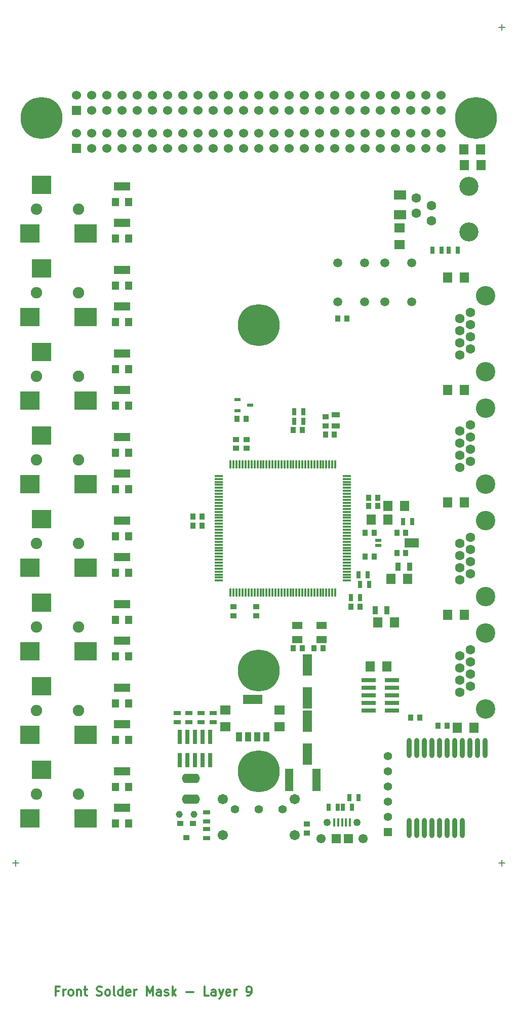
<source format=gts>
G04 #@! TF.FileFunction,Soldermask,Top*
%FSLAX46Y46*%
G04 Gerber Fmt 4.6, Leading zero omitted, Abs format (unit mm)*
G04 Created by KiCad (PCBNEW 4.0.5) date 01/22/17 20:45:39*
%MOMM*%
%LPD*%
G01*
G04 APERTURE LIST*
%ADD10C,0.150000*%
%ADD11C,0.127000*%
%ADD12C,0.299720*%
%ADD13R,2.032000X1.524000*%
%ADD14R,1.397000X0.889000*%
%ADD15R,0.889000X1.397000*%
%ADD16O,0.812800X3.352800*%
%ADD17R,1.600200X1.803400*%
%ADD18R,0.635000X1.143000*%
%ADD19R,0.899200X1.000800*%
%ADD20R,1.000800X0.899200*%
%ADD21R,1.803400X1.193800*%
%ADD22R,1.803400X1.600200*%
%ADD23R,1.000800X0.599400*%
%ADD24R,3.200000X3.100000*%
%ADD25R,3.800000X3.100000*%
%ADD26C,1.900000*%
%ADD27R,1.600200X3.599200*%
%ADD28R,2.400000X0.760000*%
%ADD29R,0.760000X2.400000*%
%ADD30R,2.400000X1.500000*%
%ADD31R,1.100000X0.600000*%
%ADD32C,1.706880*%
%ADD33C,1.400000*%
%ADD34R,1.397000X3.810000*%
%ADD35R,1.143000X0.635000*%
%ADD36C,7.000000*%
%ADD37R,1.524000X1.524000*%
%ADD38C,1.524000*%
%ADD39C,3.250000*%
%ADD40C,1.600000*%
%ADD41C,3.200000*%
%ADD42C,7.000240*%
%ADD43R,3.300000X1.500000*%
%ADD44R,1.000000X1.500000*%
%ADD45R,1.397000X1.397000*%
%ADD46C,1.397000*%
%ADD47R,1.000000X0.900000*%
%ADD48O,3.048000X1.574800*%
%ADD49O,3.048000X1.600200*%
%ADD50R,1.500000X1.550000*%
%ADD51C,1.550000*%
%ADD52R,0.400000X1.350000*%
%ADD53C,1.250000*%
%ADD54C,1.168400*%
%ADD55R,1.200000X1.400000*%
%ADD56R,2.800000X1.400000*%
%ADD57C,1.500000*%
%ADD58R,0.300000X1.450000*%
%ADD59R,1.450000X0.300000*%
G04 APERTURE END LIST*
D10*
D11*
X106196191Y-22950714D02*
X107163810Y-22950714D01*
X106680000Y-23434524D02*
X106680000Y-22466905D01*
X24916191Y-162650714D02*
X25883810Y-162650714D01*
X25400000Y-163134524D02*
X25400000Y-162166905D01*
X106196191Y-162650714D02*
X107163810Y-162650714D01*
X106680000Y-163134524D02*
X106680000Y-162166905D01*
D12*
X32607794Y-184042776D02*
X32107414Y-184042776D01*
X32107414Y-184829087D02*
X32107414Y-183327947D01*
X32822243Y-183327947D01*
X33394105Y-184829087D02*
X33394105Y-183828327D01*
X33394105Y-184114259D02*
X33465588Y-183971293D01*
X33537071Y-183899810D01*
X33680037Y-183828327D01*
X33823002Y-183828327D01*
X34537831Y-184829087D02*
X34394865Y-184757604D01*
X34323382Y-184686121D01*
X34251899Y-184543156D01*
X34251899Y-184114259D01*
X34323382Y-183971293D01*
X34394865Y-183899810D01*
X34537831Y-183828327D01*
X34752279Y-183828327D01*
X34895245Y-183899810D01*
X34966728Y-183971293D01*
X35038211Y-184114259D01*
X35038211Y-184543156D01*
X34966728Y-184686121D01*
X34895245Y-184757604D01*
X34752279Y-184829087D01*
X34537831Y-184829087D01*
X35681556Y-183828327D02*
X35681556Y-184829087D01*
X35681556Y-183971293D02*
X35753039Y-183899810D01*
X35896005Y-183828327D01*
X36110453Y-183828327D01*
X36253419Y-183899810D01*
X36324902Y-184042776D01*
X36324902Y-184829087D01*
X36825282Y-183828327D02*
X37397145Y-183828327D01*
X37039730Y-183327947D02*
X37039730Y-184614639D01*
X37111213Y-184757604D01*
X37254179Y-184829087D01*
X37397145Y-184829087D01*
X38969767Y-184757604D02*
X39184216Y-184829087D01*
X39541630Y-184829087D01*
X39684596Y-184757604D01*
X39756079Y-184686121D01*
X39827562Y-184543156D01*
X39827562Y-184400190D01*
X39756079Y-184257224D01*
X39684596Y-184185741D01*
X39541630Y-184114259D01*
X39255699Y-184042776D01*
X39112733Y-183971293D01*
X39041250Y-183899810D01*
X38969767Y-183756844D01*
X38969767Y-183613879D01*
X39041250Y-183470913D01*
X39112733Y-183399430D01*
X39255699Y-183327947D01*
X39613113Y-183327947D01*
X39827562Y-183399430D01*
X40685356Y-184829087D02*
X40542390Y-184757604D01*
X40470907Y-184686121D01*
X40399424Y-184543156D01*
X40399424Y-184114259D01*
X40470907Y-183971293D01*
X40542390Y-183899810D01*
X40685356Y-183828327D01*
X40899804Y-183828327D01*
X41042770Y-183899810D01*
X41114253Y-183971293D01*
X41185736Y-184114259D01*
X41185736Y-184543156D01*
X41114253Y-184686121D01*
X41042770Y-184757604D01*
X40899804Y-184829087D01*
X40685356Y-184829087D01*
X42043530Y-184829087D02*
X41900564Y-184757604D01*
X41829081Y-184614639D01*
X41829081Y-183327947D01*
X43258738Y-184829087D02*
X43258738Y-183327947D01*
X43258738Y-184757604D02*
X43115772Y-184829087D01*
X42829841Y-184829087D01*
X42686875Y-184757604D01*
X42615392Y-184686121D01*
X42543909Y-184543156D01*
X42543909Y-184114259D01*
X42615392Y-183971293D01*
X42686875Y-183899810D01*
X42829841Y-183828327D01*
X43115772Y-183828327D01*
X43258738Y-183899810D01*
X44545429Y-184757604D02*
X44402463Y-184829087D01*
X44116532Y-184829087D01*
X43973566Y-184757604D01*
X43902083Y-184614639D01*
X43902083Y-184042776D01*
X43973566Y-183899810D01*
X44116532Y-183828327D01*
X44402463Y-183828327D01*
X44545429Y-183899810D01*
X44616912Y-184042776D01*
X44616912Y-184185741D01*
X43902083Y-184328707D01*
X45260257Y-184829087D02*
X45260257Y-183828327D01*
X45260257Y-184114259D02*
X45331740Y-183971293D01*
X45403223Y-183899810D01*
X45546189Y-183828327D01*
X45689154Y-183828327D01*
X47333260Y-184829087D02*
X47333260Y-183327947D01*
X47833640Y-184400190D01*
X48334020Y-183327947D01*
X48334020Y-184829087D01*
X49692195Y-184829087D02*
X49692195Y-184042776D01*
X49620712Y-183899810D01*
X49477746Y-183828327D01*
X49191815Y-183828327D01*
X49048849Y-183899810D01*
X49692195Y-184757604D02*
X49549229Y-184829087D01*
X49191815Y-184829087D01*
X49048849Y-184757604D01*
X48977366Y-184614639D01*
X48977366Y-184471673D01*
X49048849Y-184328707D01*
X49191815Y-184257224D01*
X49549229Y-184257224D01*
X49692195Y-184185741D01*
X50335540Y-184757604D02*
X50478506Y-184829087D01*
X50764438Y-184829087D01*
X50907403Y-184757604D01*
X50978886Y-184614639D01*
X50978886Y-184543156D01*
X50907403Y-184400190D01*
X50764438Y-184328707D01*
X50549989Y-184328707D01*
X50407023Y-184257224D01*
X50335540Y-184114259D01*
X50335540Y-184042776D01*
X50407023Y-183899810D01*
X50549989Y-183828327D01*
X50764438Y-183828327D01*
X50907403Y-183899810D01*
X51622232Y-184829087D02*
X51622232Y-183327947D01*
X51765198Y-184257224D02*
X52194095Y-184829087D01*
X52194095Y-183828327D02*
X51622232Y-184400190D01*
X53981167Y-184257224D02*
X55124893Y-184257224D01*
X57698276Y-184829087D02*
X56983447Y-184829087D01*
X56983447Y-183327947D01*
X58842002Y-184829087D02*
X58842002Y-184042776D01*
X58770519Y-183899810D01*
X58627553Y-183828327D01*
X58341622Y-183828327D01*
X58198656Y-183899810D01*
X58842002Y-184757604D02*
X58699036Y-184829087D01*
X58341622Y-184829087D01*
X58198656Y-184757604D01*
X58127173Y-184614639D01*
X58127173Y-184471673D01*
X58198656Y-184328707D01*
X58341622Y-184257224D01*
X58699036Y-184257224D01*
X58842002Y-184185741D01*
X59413865Y-183828327D02*
X59771279Y-184829087D01*
X60128693Y-183828327D02*
X59771279Y-184829087D01*
X59628313Y-185186501D01*
X59556830Y-185257984D01*
X59413865Y-185329467D01*
X61272419Y-184757604D02*
X61129453Y-184829087D01*
X60843522Y-184829087D01*
X60700556Y-184757604D01*
X60629073Y-184614639D01*
X60629073Y-184042776D01*
X60700556Y-183899810D01*
X60843522Y-183828327D01*
X61129453Y-183828327D01*
X61272419Y-183899810D01*
X61343902Y-184042776D01*
X61343902Y-184185741D01*
X60629073Y-184328707D01*
X61987247Y-184829087D02*
X61987247Y-183828327D01*
X61987247Y-184114259D02*
X62058730Y-183971293D01*
X62130213Y-183899810D01*
X62273179Y-183828327D01*
X62416144Y-183828327D01*
X64131733Y-184829087D02*
X64417665Y-184829087D01*
X64560630Y-184757604D01*
X64632113Y-184686121D01*
X64775079Y-184471673D01*
X64846562Y-184185741D01*
X64846562Y-183613879D01*
X64775079Y-183470913D01*
X64703596Y-183399430D01*
X64560630Y-183327947D01*
X64274699Y-183327947D01*
X64131733Y-183399430D01*
X64060250Y-183470913D01*
X63988767Y-183613879D01*
X63988767Y-183971293D01*
X64060250Y-184114259D01*
X64131733Y-184185741D01*
X64274699Y-184257224D01*
X64560630Y-184257224D01*
X64703596Y-184185741D01*
X64775079Y-184114259D01*
X64846562Y-183971293D01*
D13*
X89712800Y-54229000D03*
X89712800Y-50927000D03*
D14*
X78930500Y-89585800D03*
X78930500Y-87680800D03*
D15*
X85572600Y-120396000D03*
X87477600Y-120396000D03*
X89369900Y-113119000D03*
X91274900Y-113119000D03*
D16*
X91186000Y-156819600D03*
X92456000Y-156819600D03*
X93726000Y-156819600D03*
X94996000Y-156819600D03*
X96266000Y-156819600D03*
X97536000Y-156819600D03*
X98806000Y-156819600D03*
X100076000Y-156819600D03*
X103886000Y-143408400D03*
X102616000Y-143408400D03*
X101346000Y-143408400D03*
X100076000Y-143408400D03*
X98806000Y-143408400D03*
X97536000Y-143408400D03*
X96266000Y-143408400D03*
X94996000Y-143408400D03*
X93726000Y-143408400D03*
X92456000Y-143408400D03*
X91186000Y-143408400D03*
D17*
X88125300Y-115164000D03*
X90919300Y-115164000D03*
D18*
X80137000Y-153289000D03*
X81661000Y-153289000D03*
X79248000Y-153289000D03*
X77724000Y-153289000D03*
X81254600Y-151676000D03*
X82778600Y-151676000D03*
D17*
X85928200Y-122453000D03*
X88722200Y-122453000D03*
D19*
X81493400Y-119786000D03*
X82997000Y-119786000D03*
X85333800Y-111417000D03*
X83830200Y-111417000D03*
D17*
X87617300Y-105207000D03*
X84823300Y-105207000D03*
D19*
X90642400Y-110833000D03*
X89138800Y-110833000D03*
X90642400Y-107429000D03*
X89138800Y-107429000D03*
X83830200Y-107442000D03*
X85333800Y-107442000D03*
D17*
X90411300Y-102921000D03*
X87617300Y-102921000D03*
D19*
X85918000Y-102971600D03*
X84414400Y-102971600D03*
X85918000Y-101549200D03*
X84414400Y-101549200D03*
X71854100Y-90284300D03*
X73357700Y-90284300D03*
D20*
X61849000Y-121274800D03*
X61849000Y-119771200D03*
X65659000Y-119771200D03*
X65659000Y-121274800D03*
D19*
X73319600Y-126721000D03*
X71816000Y-126721000D03*
X75270400Y-126721000D03*
X76774000Y-126721000D03*
D21*
X72517000Y-125272800D03*
X76581000Y-125272800D03*
X76581000Y-122885200D03*
X72517000Y-122885200D03*
D17*
X87503000Y-129794000D03*
X84709000Y-129794000D03*
D19*
X92979200Y-138328000D03*
X91475600Y-138328000D03*
X96022200Y-139649000D03*
X97525800Y-139649000D03*
D17*
X102032000Y-140056000D03*
X99238000Y-140056000D03*
X100457000Y-121133000D03*
X97663000Y-121133000D03*
X100457000Y-102362000D03*
X97663000Y-102362000D03*
X100457000Y-83540600D03*
X97663000Y-83540600D03*
D22*
X89636600Y-59232800D03*
X89636600Y-56438800D03*
D17*
X100444300Y-64770000D03*
X97650300Y-64770000D03*
X103187000Y-45974000D03*
X100393000Y-45974000D03*
X103124000Y-43307000D03*
X100330000Y-43307000D03*
D19*
X79258200Y-71628000D03*
X80761800Y-71628000D03*
D20*
X77254100Y-88072000D03*
X77254100Y-89575600D03*
D19*
X78704400Y-91033600D03*
X77200800Y-91033600D03*
D20*
X62242700Y-91818500D03*
X62242700Y-93322100D03*
X64020700Y-93322100D03*
X64020700Y-91818500D03*
D19*
X62443400Y-88417400D03*
X63947000Y-88417400D03*
D23*
X62494200Y-85153500D03*
X64607400Y-86106000D03*
X62494200Y-87058500D03*
D19*
X56581000Y-104736900D03*
X55077400Y-104736900D03*
X56581000Y-106210000D03*
X55077400Y-106210000D03*
D22*
X69570600Y-139852000D03*
X69570600Y-137058000D03*
X60464700Y-139891000D03*
X60464700Y-137097000D03*
D24*
X29700000Y-49290000D03*
D25*
X37100000Y-57390000D03*
D24*
X27800000Y-57390000D03*
D26*
X35900000Y-53340000D03*
X28900000Y-53340000D03*
D24*
X29700000Y-63260000D03*
D25*
X37100000Y-71360000D03*
D24*
X27800000Y-71360000D03*
D26*
X35900000Y-67310000D03*
X28900000Y-67310000D03*
D24*
X29700000Y-77230000D03*
D25*
X37100000Y-85330000D03*
D24*
X27800000Y-85330000D03*
D26*
X35900000Y-81280000D03*
X28900000Y-81280000D03*
D24*
X29700000Y-91200000D03*
D25*
X37100000Y-99300000D03*
D24*
X27800000Y-99300000D03*
D26*
X35900000Y-95250000D03*
X28900000Y-95250000D03*
D24*
X29700000Y-105170000D03*
D25*
X37100000Y-113270000D03*
D24*
X27800000Y-113270000D03*
D26*
X35900000Y-109220000D03*
X28900000Y-109220000D03*
D24*
X29700000Y-119140000D03*
D25*
X37100000Y-127240000D03*
D24*
X27800000Y-127240000D03*
D26*
X35900000Y-123190000D03*
X28900000Y-123190000D03*
D24*
X29700000Y-133110000D03*
D25*
X37100000Y-141210000D03*
D24*
X27800000Y-141210000D03*
D26*
X35900000Y-137160000D03*
X28900000Y-137160000D03*
D24*
X29700000Y-147080000D03*
D25*
X37100000Y-155180000D03*
D24*
X27800000Y-155180000D03*
D26*
X35900000Y-151130000D03*
X28900000Y-151130000D03*
D27*
X74168000Y-144406800D03*
X74168000Y-138905200D03*
X74168000Y-129558200D03*
X74168000Y-135059800D03*
D28*
X88310000Y-137160000D03*
X84410000Y-137160000D03*
X88310000Y-135890000D03*
X84410000Y-135890000D03*
X88310000Y-134620000D03*
X84410000Y-134620000D03*
X88310000Y-133350000D03*
X84410000Y-133350000D03*
X88310000Y-132080000D03*
X84410000Y-132080000D03*
D29*
X52832000Y-145460000D03*
X52832000Y-141560000D03*
X54102000Y-145460000D03*
X54102000Y-141560000D03*
X55372000Y-145460000D03*
X55372000Y-141560000D03*
X56642000Y-145460000D03*
X56642000Y-141560000D03*
X57912000Y-145460000D03*
X57912000Y-141560000D03*
D30*
X91616700Y-109131000D03*
D31*
X86066700Y-109581000D03*
X86066700Y-108681000D03*
D20*
X74066400Y-156118200D03*
X74066400Y-157621800D03*
D32*
X60040000Y-157940000D03*
X72040000Y-157940000D03*
D33*
X66040000Y-153690000D03*
X70040000Y-153690000D03*
X62040000Y-153690000D03*
D32*
X60040000Y-151940000D03*
X72040000Y-151940000D03*
D34*
X75717400Y-148742400D03*
X71145400Y-148742400D03*
D35*
X52451000Y-137541000D03*
X52451000Y-139065000D03*
X54356000Y-137541000D03*
X54356000Y-139065000D03*
X56388000Y-137541000D03*
X56388000Y-139065000D03*
X58420000Y-137541000D03*
X58420000Y-139065000D03*
X57378600Y-156972000D03*
X57378600Y-158496000D03*
D18*
X81483200Y-118288000D03*
X83007200Y-118288000D03*
X83007200Y-116040000D03*
X84531200Y-116040000D03*
X91744800Y-105537000D03*
X90220800Y-105537000D03*
X82753200Y-114478000D03*
X84277200Y-114478000D03*
X96596200Y-60172600D03*
X95072200Y-60172600D03*
D36*
X66040000Y-147320000D03*
X102362000Y-38100000D03*
X29718000Y-38100000D03*
D18*
X97815400Y-60172600D03*
X99339400Y-60172600D03*
D37*
X35560000Y-36830000D03*
D38*
X35560000Y-34290000D03*
X38100000Y-36830000D03*
X38100000Y-34290000D03*
X40640000Y-36830000D03*
X40640000Y-34290000D03*
X43180000Y-36830000D03*
X43180000Y-34290000D03*
X45720000Y-36830000D03*
X45720000Y-34290000D03*
X48260000Y-36830000D03*
X48260000Y-34290000D03*
X50800000Y-36830000D03*
X50800000Y-34290000D03*
X53340000Y-36830000D03*
X53340000Y-34290000D03*
X55880000Y-36830000D03*
X55880000Y-34290000D03*
X58420000Y-36830000D03*
X58420000Y-34290000D03*
X60960000Y-36830000D03*
X60960000Y-34290000D03*
X63500000Y-36830000D03*
X63500000Y-34290000D03*
X66040000Y-36830000D03*
X66040000Y-34290000D03*
X68580000Y-36830000D03*
X68580000Y-34290000D03*
X71120000Y-36830000D03*
X71120000Y-34290000D03*
X73660000Y-36830000D03*
X73660000Y-34290000D03*
X76200000Y-36830000D03*
X76200000Y-34290000D03*
X78740000Y-36830000D03*
X78740000Y-34290000D03*
X81280000Y-36830000D03*
X81280000Y-34290000D03*
X83820000Y-36830000D03*
X83820000Y-34290000D03*
X86360000Y-36830000D03*
X86360000Y-34290000D03*
X88900000Y-36830000D03*
X88900000Y-34290000D03*
X91440000Y-36830000D03*
X91440000Y-34290000D03*
X93980000Y-36830000D03*
X93980000Y-34290000D03*
X96520000Y-36830000D03*
X96520000Y-34290000D03*
D37*
X35560000Y-43180000D03*
D38*
X35560000Y-40640000D03*
X38100000Y-43180000D03*
X38100000Y-40640000D03*
X40640000Y-43180000D03*
X40640000Y-40640000D03*
X43180000Y-43180000D03*
X43180000Y-40640000D03*
X45720000Y-43180000D03*
X45720000Y-40640000D03*
X48260000Y-43180000D03*
X48260000Y-40640000D03*
X50800000Y-43180000D03*
X50800000Y-40640000D03*
X53340000Y-43180000D03*
X53340000Y-40640000D03*
X55880000Y-43180000D03*
X55880000Y-40640000D03*
X58420000Y-43180000D03*
X58420000Y-40640000D03*
X60960000Y-43180000D03*
X60960000Y-40640000D03*
X63500000Y-43180000D03*
X63500000Y-40640000D03*
X66040000Y-43180000D03*
X66040000Y-40640000D03*
X68580000Y-43180000D03*
X68580000Y-40640000D03*
X71120000Y-43180000D03*
X71120000Y-40640000D03*
X73660000Y-43180000D03*
X73660000Y-40640000D03*
X76200000Y-43180000D03*
X76200000Y-40640000D03*
X78740000Y-43180000D03*
X78740000Y-40640000D03*
X81280000Y-43180000D03*
X81280000Y-40640000D03*
X83820000Y-43180000D03*
X83820000Y-40640000D03*
X86360000Y-43180000D03*
X86360000Y-40640000D03*
X88900000Y-43180000D03*
X88900000Y-40640000D03*
X91440000Y-43180000D03*
X91440000Y-40640000D03*
X93980000Y-43180000D03*
X93980000Y-40640000D03*
X96520000Y-43180000D03*
X96520000Y-40640000D03*
D18*
X73482200Y-87198200D03*
X71958200Y-87198200D03*
X73482200Y-88785700D03*
X71958200Y-88785700D03*
D39*
X104020000Y-136906000D03*
X104020000Y-124206000D03*
D40*
X101480000Y-131056000D03*
X101480000Y-129026000D03*
X99700000Y-132086000D03*
X99700000Y-130056000D03*
X99700000Y-134116000D03*
X101480000Y-133086000D03*
X99700000Y-128026000D03*
X101480000Y-126996000D03*
D39*
X104020000Y-99314000D03*
X104020000Y-86614000D03*
D40*
X101480000Y-93464000D03*
X101480000Y-91434000D03*
X99700000Y-94494000D03*
X99700000Y-92464000D03*
X99700000Y-96524000D03*
X101480000Y-95494000D03*
X99700000Y-90434000D03*
X101480000Y-89404000D03*
D39*
X104020000Y-80518000D03*
X104020000Y-67818000D03*
D40*
X101480000Y-74668000D03*
X101480000Y-72638000D03*
X99700000Y-75698000D03*
X99700000Y-73668000D03*
X99700000Y-77728000D03*
X101480000Y-76698000D03*
X99700000Y-71638000D03*
X101480000Y-70608000D03*
D39*
X104020000Y-118110000D03*
X104020000Y-105410000D03*
D40*
X101480000Y-112260000D03*
X101480000Y-110230000D03*
X99700000Y-113290000D03*
X99700000Y-111260000D03*
X99700000Y-115320000D03*
X101480000Y-114290000D03*
X99700000Y-109230000D03*
X101480000Y-108200000D03*
D41*
X101226000Y-57150000D03*
X101226000Y-49530000D03*
D40*
X92376000Y-53970000D03*
X92376000Y-51440000D03*
X94916000Y-55240000D03*
X94916000Y-52710000D03*
D42*
X66040000Y-72700000D03*
X66040000Y-130500000D03*
D43*
X65036700Y-135267000D03*
D44*
X62786700Y-141567000D03*
X64286700Y-141567000D03*
X65786700Y-141567000D03*
X67286700Y-141567000D03*
D45*
X87630000Y-157480000D03*
D46*
X87630000Y-154940000D03*
X87630000Y-152400000D03*
X87630000Y-149860000D03*
X87630000Y-147320000D03*
X87630000Y-144780000D03*
D47*
X55025000Y-156026000D03*
X52925000Y-156026000D03*
X53975000Y-158426000D03*
D35*
X57378600Y-154153000D03*
X57378600Y-155677000D03*
D48*
X54737000Y-151991000D03*
D49*
X54737000Y-148491000D03*
D50*
X81010000Y-158570000D03*
X79010000Y-158570000D03*
D51*
X76510000Y-158570000D03*
D52*
X79360000Y-155895000D03*
X78710000Y-155895000D03*
X80010000Y-155895000D03*
X80660000Y-155895000D03*
X81310000Y-155895000D03*
D53*
X82510000Y-155895000D03*
X77510000Y-155895000D03*
D51*
X83510000Y-158570000D03*
D54*
X55225000Y-154526000D03*
X52725000Y-154526000D03*
D55*
X42080000Y-156016000D03*
X44280000Y-156016000D03*
D56*
X43180000Y-153416000D03*
D55*
X42080000Y-149920000D03*
X44280000Y-149920000D03*
D56*
X43180000Y-147320000D03*
D55*
X42080000Y-142046000D03*
X44280000Y-142046000D03*
D56*
X43180000Y-139446000D03*
D55*
X42080000Y-135950000D03*
X44280000Y-135950000D03*
D56*
X43180000Y-133350000D03*
D55*
X42080000Y-128076000D03*
X44280000Y-128076000D03*
D56*
X43180000Y-125476000D03*
D55*
X42080000Y-121980000D03*
X44280000Y-121980000D03*
D56*
X43180000Y-119380000D03*
D55*
X42080000Y-114106000D03*
X44280000Y-114106000D03*
D56*
X43180000Y-111506000D03*
D55*
X42080000Y-108010000D03*
X44280000Y-108010000D03*
D56*
X43180000Y-105410000D03*
D55*
X42080000Y-100136000D03*
X44280000Y-100136000D03*
D56*
X43180000Y-97536000D03*
D55*
X42080000Y-94040000D03*
X44280000Y-94040000D03*
D56*
X43180000Y-91440000D03*
D55*
X42080000Y-86166000D03*
X44280000Y-86166000D03*
D56*
X43180000Y-83566000D03*
D55*
X42080000Y-80070000D03*
X44280000Y-80070000D03*
D56*
X43180000Y-77470000D03*
D55*
X42080000Y-72196000D03*
X44280000Y-72196000D03*
D56*
X43180000Y-69596000D03*
D55*
X42080000Y-66100000D03*
X44280000Y-66100000D03*
D56*
X43180000Y-63500000D03*
D55*
X42080000Y-58226000D03*
X44280000Y-58226000D03*
D56*
X43180000Y-55626000D03*
D55*
X42080000Y-52130000D03*
X44280000Y-52130000D03*
D56*
X43180000Y-49530000D03*
D57*
X83784000Y-62282000D03*
X79284000Y-62282000D03*
X79284000Y-68782000D03*
X83784000Y-68782000D03*
X91658000Y-62282000D03*
X87158000Y-62282000D03*
X87158000Y-68782000D03*
X91658000Y-68782000D03*
D58*
X61353700Y-117380000D03*
X61861700Y-117380000D03*
X62357000Y-117380000D03*
X62852300Y-117380000D03*
X63360300Y-117380000D03*
X63855600Y-117380000D03*
X64350900Y-117380000D03*
X64858900Y-117380000D03*
X65354200Y-117380000D03*
X65849500Y-117380000D03*
X66357500Y-117380000D03*
X66852800Y-117380000D03*
X67348100Y-117380000D03*
X67856100Y-117380000D03*
X68351400Y-117380000D03*
X68846700Y-117380000D03*
X69354700Y-117380000D03*
X69850000Y-117380000D03*
X70358000Y-117380000D03*
X70853300Y-117380000D03*
X71361300Y-117380000D03*
X71856600Y-117380000D03*
X72351900Y-117380000D03*
X72859900Y-117380000D03*
X73355200Y-117380000D03*
X73850500Y-117380000D03*
X74358500Y-117380000D03*
X74853800Y-117380000D03*
X75349100Y-117380000D03*
X75857100Y-117380000D03*
X76352400Y-117380000D03*
X76847700Y-117380000D03*
X77355700Y-117380000D03*
X77851000Y-117380000D03*
X78346300Y-117380000D03*
X78854300Y-117380000D03*
D59*
X80804000Y-100926900D03*
X80804000Y-100431600D03*
X80804000Y-99936300D03*
X80804000Y-99428300D03*
X80804000Y-98933000D03*
X80804000Y-98437700D03*
X80804000Y-97929700D03*
X59404000Y-100431600D03*
X59404000Y-100926900D03*
X59404000Y-101434900D03*
X59404000Y-101930200D03*
X59404000Y-102425500D03*
X59404000Y-102933500D03*
X59404000Y-103428800D03*
X59404000Y-103924100D03*
X59404000Y-104432100D03*
X59404000Y-104927400D03*
X59404000Y-105422700D03*
X59404000Y-105930700D03*
X59404000Y-106426000D03*
X59404000Y-106934000D03*
X59404000Y-107429300D03*
X59404000Y-107937300D03*
X59404000Y-108432600D03*
X59404000Y-108927900D03*
X59404000Y-109435900D03*
X59404000Y-109931200D03*
X59404000Y-110426500D03*
X59404000Y-110934500D03*
X59404000Y-111429800D03*
X59404000Y-111925100D03*
X59404000Y-112433100D03*
X59404000Y-112928400D03*
X59404000Y-113423700D03*
X59404000Y-113931700D03*
X59404000Y-114427000D03*
X59404000Y-114922300D03*
X59404000Y-115430300D03*
X80804000Y-115430300D03*
X80804000Y-114922300D03*
X80804000Y-114427000D03*
X80804000Y-113931700D03*
X80804000Y-113423700D03*
X80804000Y-112928400D03*
X80804000Y-112433100D03*
X80804000Y-111925100D03*
X80804000Y-111429800D03*
X80804000Y-110934500D03*
X80804000Y-110426500D03*
X80804000Y-109931200D03*
X80804000Y-109435900D03*
X80804000Y-108927900D03*
X80804000Y-108432600D03*
X80804000Y-107937300D03*
X80804000Y-107429300D03*
X80804000Y-106934000D03*
X80804000Y-106426000D03*
X80804000Y-105930700D03*
X80804000Y-105422700D03*
X80804000Y-104927400D03*
X80804000Y-104432100D03*
X80804000Y-103924100D03*
X80804000Y-103428800D03*
X80804000Y-102933500D03*
X80804000Y-102425500D03*
X80804000Y-101930200D03*
X80804000Y-101434900D03*
D58*
X76352400Y-95980000D03*
X75857100Y-95980000D03*
X75349100Y-95980000D03*
X74853800Y-95980000D03*
X74358500Y-95980000D03*
X73850500Y-95980000D03*
X73355200Y-95980000D03*
X72859900Y-95980000D03*
X72351900Y-95980000D03*
X71856600Y-95980000D03*
X71361300Y-95980000D03*
X70853300Y-95980000D03*
X70358000Y-95980000D03*
X69850000Y-95980000D03*
X69354700Y-95980000D03*
X68846700Y-95980000D03*
X68351400Y-95980000D03*
X67856100Y-95980000D03*
X67348100Y-95980000D03*
X66852800Y-95980000D03*
X66357500Y-95980000D03*
X65849500Y-95980000D03*
X65354200Y-95980000D03*
X64858900Y-95980000D03*
X64350900Y-95980000D03*
X63855600Y-95980000D03*
X63360300Y-95980000D03*
X62852300Y-95980000D03*
X62357000Y-95980000D03*
X61861700Y-95980000D03*
X61353700Y-95980000D03*
X78854300Y-95980000D03*
X78346300Y-95980000D03*
X77851000Y-95980000D03*
X77355700Y-95980000D03*
X76847700Y-95980000D03*
D59*
X59404000Y-97929700D03*
X59404000Y-98437700D03*
X59404000Y-98933000D03*
X59404000Y-99428300D03*
X59404000Y-99936300D03*
M02*

</source>
